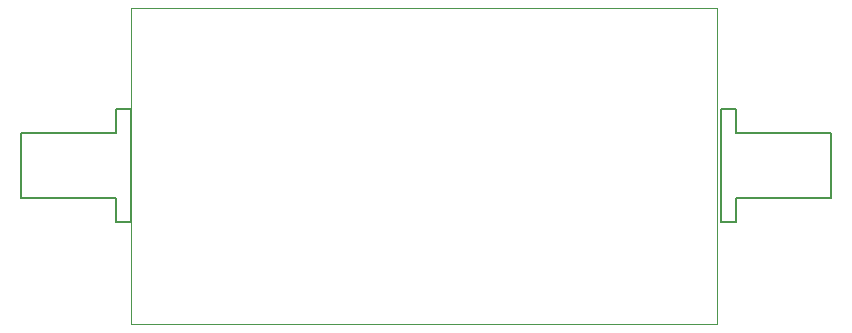
<source format=gm1>
G04 Layer_Color=16711935*
%FSLAX25Y25*%
%MOIN*%
G70*
G01*
G75*
%ADD22C,0.00394*%
%ADD28C,0.00787*%
D22*
X0Y0D02*
Y16000D01*
Y0D02*
X195500D01*
Y105500D01*
X0D02*
X195500D01*
X0Y16000D02*
Y105500D01*
D28*
X-39Y34280D02*
Y71681D01*
X-4961D02*
X-39D01*
X-4961Y63807D02*
Y71681D01*
X-36457Y63807D02*
X-4961D01*
X-36457Y42153D02*
Y63807D01*
Y42153D02*
X-4961D01*
Y34280D02*
Y42153D01*
Y34280D02*
X-39Y34280D01*
X196811Y34280D02*
Y71681D01*
Y34280D02*
X201732Y34280D01*
Y42153D01*
X233228D01*
Y63807D01*
X201732D02*
X233228D01*
X201732D02*
Y71681D01*
X196811Y71681D02*
X201732Y71681D01*
M02*

</source>
